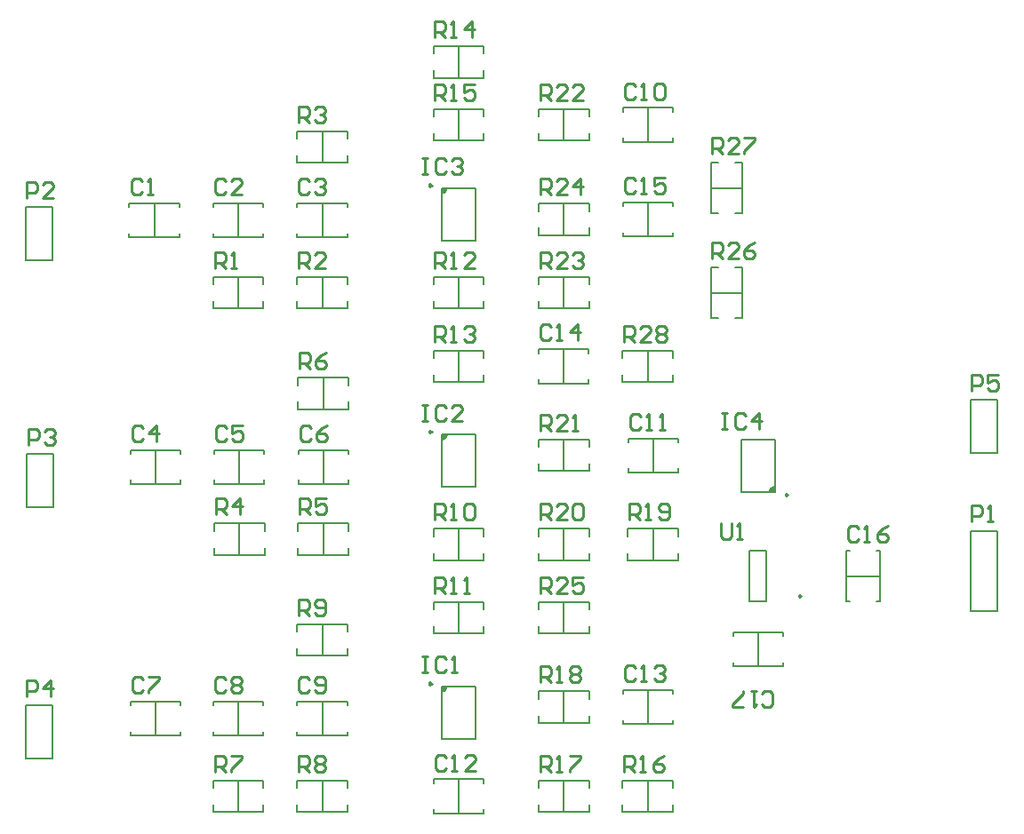
<source format=gto>
G04*
G04 #@! TF.GenerationSoftware,Altium Limited,Altium Designer,21.0.9 (235)*
G04*
G04 Layer_Color=65535*
%FSLAX25Y25*%
%MOIN*%
G70*
G04*
G04 #@! TF.SameCoordinates,D8BD6BA4-3444-481E-B6E4-69F3699672C9*
G04*
G04*
G04 #@! TF.FilePolarity,Positive*
G04*
G01*
G75*
%ADD10C,0.00984*%
%ADD11C,0.00787*%
%ADD12C,0.00591*%
%ADD13C,0.01000*%
G36*
X288976Y183071D02*
Y181102D01*
X289764D01*
X290945Y182283D01*
Y183071D01*
X288976D01*
D02*
G37*
G36*
X413779Y255906D02*
Y257874D01*
X412992D01*
X411811Y256693D01*
Y255906D01*
X413779D01*
D02*
G37*
G36*
X288976Y277559D02*
Y275590D01*
X289764D01*
X290945Y276772D01*
Y277559D01*
X288976D01*
D02*
G37*
G36*
Y370079D02*
Y368110D01*
X289764D01*
X290945Y369291D01*
Y370079D01*
X288976D01*
D02*
G37*
D10*
X285138Y278563D02*
X284400Y278989D01*
Y278137D01*
X285138Y278563D01*
Y184075D02*
X284400Y184501D01*
Y183649D01*
X285138Y184075D01*
X418602Y254902D02*
X417864Y255328D01*
Y254475D01*
X418602Y254902D01*
X423713Y216910D02*
X422975Y217336D01*
Y216483D01*
X423713Y216910D01*
X285138Y371083D02*
X284400Y371509D01*
Y370656D01*
X285138Y371083D01*
D11*
X288976Y275590D02*
X289961Y275854D01*
X290681Y276575D01*
X290945Y277559D01*
X288976Y181102D02*
X289961Y181366D01*
X290681Y182087D01*
X290945Y183071D01*
X413779Y257874D02*
X412795Y257610D01*
X412075Y256890D01*
X411811Y255906D01*
X288976Y368110D02*
X289961Y368374D01*
X290681Y369094D01*
X290945Y370079D01*
X288976Y257874D02*
Y277559D01*
X301575Y257874D02*
Y277559D01*
X288976D02*
X301575D01*
X288976Y257874D02*
X301575D01*
X398819Y360630D02*
X401575D01*
Y379528D01*
X398819D02*
X401575D01*
X389764D02*
X392520D01*
X389764Y360630D02*
Y379528D01*
Y360630D02*
X392520D01*
X389764Y370079D02*
X401575D01*
X398819Y321260D02*
X401575D01*
Y340158D01*
X398819D02*
X401575D01*
X389764D02*
X392520D01*
X389764Y321260D02*
Y340158D01*
Y321260D02*
X392520D01*
X389764Y330709D02*
X401575D01*
X358661Y230315D02*
Y233071D01*
Y230315D02*
X377559D01*
Y233071D01*
Y239370D02*
Y242126D01*
X358661D02*
X377559D01*
X358661Y239370D02*
Y242126D01*
X368110Y230315D02*
Y242126D01*
X325197Y263779D02*
Y266535D01*
Y263779D02*
X344094D01*
Y266535D01*
Y272835D02*
Y275590D01*
X325197D02*
X344094D01*
X325197Y272835D02*
Y275590D01*
X334646Y263779D02*
Y275590D01*
X325197Y230315D02*
Y233071D01*
Y230315D02*
X344094D01*
Y233071D01*
Y239370D02*
Y242126D01*
X325197D02*
X344094D01*
X325197Y239370D02*
Y242126D01*
X334646Y230315D02*
Y242126D01*
X356693Y297244D02*
Y300000D01*
Y297244D02*
X375590D01*
Y300000D01*
Y306299D02*
Y309055D01*
X356693D02*
X375590D01*
X356693Y306299D02*
Y309055D01*
X366142Y297244D02*
Y309055D01*
X344094Y211811D02*
Y214567D01*
X325197D02*
X344094D01*
X325197Y211811D02*
Y214567D01*
Y202756D02*
Y205512D01*
Y202756D02*
X344094D01*
Y205512D01*
X334646Y202756D02*
Y214567D01*
X132795Y156024D02*
Y176024D01*
Y156024D02*
X142795D01*
Y176024D01*
X132795D02*
X142795D01*
X244094Y194488D02*
Y206299D01*
X253543Y194488D02*
Y197244D01*
X234646Y194488D02*
X253543D01*
X234646D02*
Y197244D01*
Y203543D02*
Y206299D01*
X253543D01*
Y203543D02*
Y206299D01*
X244094Y135827D02*
Y147638D01*
X234646Y144882D02*
Y147638D01*
X253543D01*
Y144882D02*
Y147638D01*
Y135827D02*
Y138583D01*
X234646Y135827D02*
X253543D01*
X234646D02*
Y138583D01*
X212598Y135827D02*
Y147638D01*
X222047Y135827D02*
Y138583D01*
X203150Y135827D02*
X222047D01*
X203150D02*
Y138583D01*
Y144882D02*
Y147638D01*
X222047D01*
Y144882D02*
Y147638D01*
X288976Y163386D02*
Y183071D01*
X301575Y163386D02*
Y183071D01*
X288976D02*
X301575D01*
X288976Y163386D02*
X301575D01*
X344094Y178347D02*
Y181102D01*
X325197D02*
X344094D01*
X325197Y178347D02*
Y181102D01*
Y169291D02*
Y172047D01*
Y169291D02*
X344094D01*
Y172047D01*
X334646Y169291D02*
Y181102D01*
X375590Y144882D02*
Y147638D01*
X356693D02*
X375590D01*
X356693Y144882D02*
Y147638D01*
Y135827D02*
Y138583D01*
Y135827D02*
X375590D01*
Y138583D01*
X366142Y135827D02*
Y147638D01*
X325197Y135827D02*
Y138583D01*
Y135827D02*
X344094D01*
Y138583D01*
Y144882D02*
Y147638D01*
X325197D02*
X344094D01*
X325197Y144882D02*
Y147638D01*
X334646Y135827D02*
Y147638D01*
X344094Y361417D02*
Y364173D01*
X325197D02*
X344094D01*
X325197Y361417D02*
Y364173D01*
Y352362D02*
Y355118D01*
Y352362D02*
X344094D01*
Y355118D01*
X334646Y352362D02*
Y364173D01*
X285827Y202756D02*
Y205512D01*
Y202756D02*
X304724D01*
Y205512D01*
Y211811D02*
Y214567D01*
X285827D02*
X304724D01*
X285827Y211811D02*
Y214567D01*
X295276Y202756D02*
Y214567D01*
X304724Y239370D02*
Y242126D01*
X285827D02*
X304724D01*
X285827Y239370D02*
Y242126D01*
Y230315D02*
Y233071D01*
Y230315D02*
X304724D01*
Y233071D01*
X295276Y230315D02*
Y242126D01*
X497126Y270433D02*
Y290433D01*
X487126D02*
X497126D01*
X487126Y270433D02*
Y290433D01*
Y270433D02*
X497126D01*
X133189Y250354D02*
Y270354D01*
Y250354D02*
X143189D01*
Y270354D01*
X133189D02*
X143189D01*
X132795Y342874D02*
Y362874D01*
Y342874D02*
X142795D01*
Y362874D01*
X132795D02*
X142795D01*
X487126Y241378D02*
X497126D01*
Y211378D02*
Y241378D01*
X487126Y211378D02*
X497126D01*
X487126D02*
Y241378D01*
X212598Y324803D02*
Y336614D01*
X222047Y324803D02*
Y327559D01*
X203150Y324803D02*
X222047D01*
X203150D02*
Y327559D01*
Y333858D02*
Y336614D01*
X222047D01*
Y333858D02*
Y336614D01*
X244094Y324803D02*
Y336614D01*
X234646Y333858D02*
Y336614D01*
X253543D01*
Y333858D02*
Y336614D01*
Y324803D02*
Y327559D01*
X234646Y324803D02*
X253543D01*
X234646D02*
Y327559D01*
X304724Y333858D02*
Y336614D01*
X285827D02*
X304724D01*
X285827Y333858D02*
Y336614D01*
Y324803D02*
Y327559D01*
Y324803D02*
X304724D01*
Y327559D01*
X295276Y324803D02*
Y336614D01*
X325197Y387795D02*
Y390551D01*
Y387795D02*
X344094D01*
Y390551D01*
Y396850D02*
Y399606D01*
X325197D02*
X344094D01*
X325197Y396850D02*
Y399606D01*
X334646Y387795D02*
Y399606D01*
X285827Y297244D02*
Y300000D01*
Y297244D02*
X304724D01*
Y300000D01*
Y306299D02*
Y309055D01*
X285827D02*
X304724D01*
X285827Y306299D02*
Y309055D01*
X295276Y297244D02*
Y309055D01*
X325197Y324803D02*
Y327559D01*
Y324803D02*
X344094D01*
Y327559D01*
Y333858D02*
Y336614D01*
X325197D02*
X344094D01*
X325197Y333858D02*
Y336614D01*
X334646Y324803D02*
Y336614D01*
X244488Y287008D02*
Y298819D01*
X253937Y287008D02*
Y289764D01*
X235039Y287008D02*
X253937D01*
X235039D02*
Y289764D01*
Y296063D02*
Y298819D01*
X253937D01*
Y296063D02*
Y298819D01*
X212992Y232283D02*
Y244094D01*
X222441Y232283D02*
Y235039D01*
X203543Y232283D02*
X222441D01*
X203543D02*
Y235039D01*
Y241339D02*
Y244094D01*
X222441D01*
Y241339D02*
Y244094D01*
X244488Y232283D02*
Y244094D01*
X235039Y241339D02*
Y244094D01*
X253937D01*
Y241339D02*
Y244094D01*
Y232283D02*
Y235039D01*
X235039Y232283D02*
X253937D01*
X235039D02*
Y235039D01*
X413779Y255906D02*
Y275590D01*
X401181Y255906D02*
Y275590D01*
Y255906D02*
X413779D01*
X401181Y275590D02*
X413779D01*
X304724Y420472D02*
Y423228D01*
X285827D02*
X304724D01*
X285827Y420472D02*
Y423228D01*
Y411417D02*
Y414173D01*
Y411417D02*
X304724D01*
Y414173D01*
X295276Y411417D02*
Y423228D01*
X404413Y214754D02*
X410547D01*
X404413D02*
Y234065D01*
X410547D01*
Y214754D02*
Y234065D01*
X288976Y350394D02*
Y370079D01*
X301575Y350394D02*
Y370079D01*
X288976D02*
X301575D01*
X288976Y350394D02*
X301575D01*
X244094Y379528D02*
Y391339D01*
X253543Y379528D02*
Y382283D01*
X234646Y379528D02*
X253543D01*
X234646D02*
Y382283D01*
Y388583D02*
Y391339D01*
X253543D01*
Y388583D02*
Y391339D01*
X285827Y387795D02*
Y390551D01*
Y387795D02*
X304724D01*
Y390551D01*
Y396850D02*
Y399606D01*
X285827D02*
X304724D01*
X285827Y396850D02*
Y399606D01*
X295276Y387795D02*
Y399606D01*
D12*
X334646Y296752D02*
Y309547D01*
X325295Y296752D02*
Y298228D01*
Y296752D02*
X343996D01*
Y298228D01*
Y308071D02*
Y309547D01*
X325295D02*
X343996D01*
X325295Y308071D02*
Y309547D01*
X366142Y387303D02*
Y400098D01*
X356791Y387303D02*
Y388779D01*
Y387303D02*
X375492D01*
Y388779D01*
Y398622D02*
Y400098D01*
X356791D02*
X375492D01*
X356791Y398622D02*
Y400098D01*
X366142Y168799D02*
Y181595D01*
X356791Y168799D02*
Y170276D01*
Y168799D02*
X375492D01*
Y170276D01*
Y180118D02*
Y181595D01*
X356791D02*
X375492D01*
X356791Y180118D02*
Y181595D01*
X234744Y175787D02*
Y177264D01*
X253445D01*
Y175787D02*
Y177264D01*
Y164469D02*
Y165945D01*
X234744Y164469D02*
X253445D01*
X234744D02*
Y165945D01*
X244094Y164469D02*
Y177264D01*
X203248Y175787D02*
Y177264D01*
X221949D01*
Y175787D02*
Y177264D01*
Y164469D02*
Y165945D01*
X203248Y164469D02*
X221949D01*
X203248D02*
Y165945D01*
X212598Y164469D02*
Y177264D01*
X172146Y175787D02*
Y177264D01*
X190847D01*
Y175787D02*
Y177264D01*
Y164469D02*
Y165945D01*
X172146Y164469D02*
X190847D01*
X172146D02*
Y165945D01*
X181496Y164469D02*
Y177264D01*
X295276Y135335D02*
Y148130D01*
X285925Y135335D02*
Y136811D01*
Y135335D02*
X304626D01*
Y136811D01*
Y146653D02*
Y148130D01*
X285925D02*
X304626D01*
X285925Y146653D02*
Y148130D01*
X368110Y263287D02*
Y276083D01*
X358760Y263287D02*
Y264764D01*
Y263287D02*
X377461D01*
Y264764D01*
Y274606D02*
Y276083D01*
X358760D02*
X377461D01*
X358760Y274606D02*
Y276083D01*
X203642Y270276D02*
Y271752D01*
X222342D01*
Y270276D02*
Y271752D01*
Y258957D02*
Y260433D01*
X203642Y258957D02*
X222342D01*
X203642D02*
Y260433D01*
X212992Y258957D02*
Y271752D01*
X172146Y270276D02*
Y271752D01*
X190847D01*
Y270276D02*
Y271752D01*
Y258957D02*
Y260433D01*
X172146Y258957D02*
X190847D01*
X172146D02*
Y260433D01*
X181496Y258957D02*
Y271752D01*
X235138Y270276D02*
Y271752D01*
X253839D01*
Y270276D02*
Y271752D01*
Y258957D02*
Y260433D01*
X235138Y258957D02*
X253839D01*
X235138D02*
Y260433D01*
X244488Y258957D02*
Y271752D01*
X416831Y190453D02*
Y191929D01*
X398130Y190453D02*
X416831D01*
X398130D02*
Y191929D01*
Y201772D02*
Y203248D01*
X416831D01*
Y201772D02*
Y203248D01*
X407480Y190453D02*
Y203248D01*
X451772Y233760D02*
X453248D01*
Y215059D02*
Y233760D01*
X451772Y215059D02*
X453248D01*
X440453D02*
X441929D01*
X440453D02*
Y233760D01*
X441929D01*
X440453Y224410D02*
X453248D01*
X171752Y362795D02*
Y364272D01*
X190453D01*
Y362795D02*
Y364272D01*
Y351476D02*
Y352953D01*
X171752Y351476D02*
X190453D01*
X171752D02*
Y352953D01*
X181102Y351476D02*
Y364272D01*
X234744Y362795D02*
Y364272D01*
X253445D01*
Y362795D02*
Y364272D01*
Y351476D02*
Y352953D01*
X234744Y351476D02*
X253445D01*
X234744D02*
Y352953D01*
X244094Y351476D02*
Y364272D01*
X203248Y362795D02*
Y364272D01*
X221949D01*
Y362795D02*
Y364272D01*
Y351476D02*
Y352953D01*
X203248Y351476D02*
X221949D01*
X203248D02*
Y352953D01*
X212598Y351476D02*
Y364272D01*
X366142Y351870D02*
Y364665D01*
X356791Y351870D02*
Y353346D01*
Y351870D02*
X375492D01*
Y353346D01*
Y363189D02*
Y364665D01*
X356791D02*
X375492D01*
X356791Y363189D02*
Y364665D01*
D13*
X325800Y367600D02*
Y373598D01*
X328799D01*
X329799Y372598D01*
Y370599D01*
X328799Y369599D01*
X325800D01*
X327799D02*
X329799Y367600D01*
X335797D02*
X331798D01*
X335797Y371599D01*
Y372598D01*
X334797Y373598D01*
X332798D01*
X331798Y372598D01*
X340795Y367600D02*
Y373598D01*
X337796Y370599D01*
X341795D01*
X325800Y279000D02*
Y284998D01*
X328799D01*
X329799Y283998D01*
Y281999D01*
X328799Y280999D01*
X325800D01*
X327799D02*
X329799Y279000D01*
X335797D02*
X331798D01*
X335797Y282999D01*
Y283998D01*
X334797Y284998D01*
X332798D01*
X331798Y283998D01*
X337796Y279000D02*
X339795D01*
X338796D01*
Y284998D01*
X337796Y283998D01*
X325800Y184500D02*
Y190498D01*
X328799D01*
X329799Y189498D01*
Y187499D01*
X328799Y186499D01*
X325800D01*
X327799D02*
X329799Y184500D01*
X331798D02*
X333797D01*
X332798D01*
Y190498D01*
X331798Y189498D01*
X336796D02*
X337796Y190498D01*
X339795D01*
X340795Y189498D01*
Y188499D01*
X339795Y187499D01*
X340795Y186499D01*
Y185500D01*
X339795Y184500D01*
X337796D01*
X336796Y185500D01*
Y186499D01*
X337796Y187499D01*
X336796Y188499D01*
Y189498D01*
X337796Y187499D02*
X339795D01*
X325800Y340000D02*
Y345998D01*
X328799D01*
X329799Y344998D01*
Y342999D01*
X328799Y341999D01*
X325800D01*
X327799D02*
X329799Y340000D01*
X335797D02*
X331798D01*
X335797Y343999D01*
Y344998D01*
X334797Y345998D01*
X332798D01*
X331798Y344998D01*
X337796D02*
X338796Y345998D01*
X340795D01*
X341795Y344998D01*
Y343999D01*
X340795Y342999D01*
X339795D01*
X340795D01*
X341795Y341999D01*
Y341000D01*
X340795Y340000D01*
X338796D01*
X337796Y341000D01*
X325800Y403000D02*
Y408998D01*
X328799D01*
X329799Y407998D01*
Y405999D01*
X328799Y404999D01*
X325800D01*
X327799D02*
X329799Y403000D01*
X335797D02*
X331798D01*
X335797Y406999D01*
Y407998D01*
X334797Y408998D01*
X332798D01*
X331798Y407998D01*
X341795Y403000D02*
X337796D01*
X341795Y406999D01*
Y407998D01*
X340795Y408998D01*
X338796D01*
X337796Y407998D01*
X393500Y244398D02*
Y239400D01*
X394500Y238400D01*
X396499D01*
X397499Y239400D01*
Y244398D01*
X399498Y238400D02*
X401497D01*
X400498D01*
Y244398D01*
X399498Y243398D01*
X357300Y312400D02*
Y318398D01*
X360299D01*
X361299Y317398D01*
Y315399D01*
X360299Y314399D01*
X357300D01*
X359299D02*
X361299Y312400D01*
X367297D02*
X363298D01*
X367297Y316399D01*
Y317398D01*
X366297Y318398D01*
X364298D01*
X363298Y317398D01*
X369296D02*
X370296Y318398D01*
X372295D01*
X373295Y317398D01*
Y316399D01*
X372295Y315399D01*
X373295Y314399D01*
Y313400D01*
X372295Y312400D01*
X370296D01*
X369296Y313400D01*
Y314399D01*
X370296Y315399D01*
X369296Y316399D01*
Y317398D01*
X370296Y315399D02*
X372295D01*
X390400Y382900D02*
Y388898D01*
X393399D01*
X394399Y387898D01*
Y385899D01*
X393399Y384899D01*
X390400D01*
X392399D02*
X394399Y382900D01*
X400397D02*
X396398D01*
X400397Y386899D01*
Y387898D01*
X399397Y388898D01*
X397398D01*
X396398Y387898D01*
X402396Y388898D02*
X406395D01*
Y387898D01*
X402396Y383900D01*
Y382900D01*
X390400Y343600D02*
Y349598D01*
X393399D01*
X394399Y348598D01*
Y346599D01*
X393399Y345599D01*
X390400D01*
X392399D02*
X394399Y343600D01*
X400397D02*
X396398D01*
X400397Y347599D01*
Y348598D01*
X399397Y349598D01*
X397398D01*
X396398Y348598D01*
X406395Y349598D02*
X404395Y348598D01*
X402396Y346599D01*
Y344600D01*
X403396Y343600D01*
X405395D01*
X406395Y344600D01*
Y345599D01*
X405395Y346599D01*
X402396D01*
X325800Y218000D02*
Y223998D01*
X328799D01*
X329799Y222998D01*
Y220999D01*
X328799Y219999D01*
X325800D01*
X327799D02*
X329799Y218000D01*
X335797D02*
X331798D01*
X335797Y221999D01*
Y222998D01*
X334797Y223998D01*
X332798D01*
X331798Y222998D01*
X341795Y223998D02*
X337796D01*
Y220999D01*
X339795Y221999D01*
X340795D01*
X341795Y220999D01*
Y219000D01*
X340795Y218000D01*
X338796D01*
X337796Y219000D01*
X325800Y245500D02*
Y251498D01*
X328799D01*
X329799Y250498D01*
Y248499D01*
X328799Y247499D01*
X325800D01*
X327799D02*
X329799Y245500D01*
X335797D02*
X331798D01*
X335797Y249499D01*
Y250498D01*
X334797Y251498D01*
X332798D01*
X331798Y250498D01*
X337796D02*
X338796Y251498D01*
X340795D01*
X341795Y250498D01*
Y246500D01*
X340795Y245500D01*
X338796D01*
X337796Y246500D01*
Y250498D01*
X359300Y245500D02*
Y251498D01*
X362299D01*
X363299Y250498D01*
Y248499D01*
X362299Y247499D01*
X359300D01*
X361299D02*
X363299Y245500D01*
X365298D02*
X367297D01*
X366298D01*
Y251498D01*
X365298Y250498D01*
X370296Y246500D02*
X371296Y245500D01*
X373295D01*
X374295Y246500D01*
Y250498D01*
X373295Y251498D01*
X371296D01*
X370296Y250498D01*
Y249499D01*
X371296Y248499D01*
X374295D01*
X325800Y151000D02*
Y156998D01*
X328799D01*
X329799Y155998D01*
Y153999D01*
X328799Y152999D01*
X325800D01*
X327799D02*
X329799Y151000D01*
X331798D02*
X333797D01*
X332798D01*
Y156998D01*
X331798Y155998D01*
X336796Y156998D02*
X340795D01*
Y155998D01*
X336796Y152000D01*
Y151000D01*
X357300D02*
Y156998D01*
X360299D01*
X361299Y155998D01*
Y153999D01*
X360299Y152999D01*
X357300D01*
X359299D02*
X361299Y151000D01*
X363298D02*
X365297D01*
X364298D01*
Y156998D01*
X363298Y155998D01*
X372295Y156998D02*
X370296Y155998D01*
X368296Y153999D01*
Y152000D01*
X369296Y151000D01*
X371295D01*
X372295Y152000D01*
Y152999D01*
X371295Y153999D01*
X368296D01*
X286400Y403000D02*
Y408998D01*
X289399D01*
X290399Y407998D01*
Y405999D01*
X289399Y404999D01*
X286400D01*
X288399D02*
X290399Y403000D01*
X292398D02*
X294397D01*
X293398D01*
Y408998D01*
X292398Y407998D01*
X301395Y408998D02*
X297396D01*
Y405999D01*
X299396Y406999D01*
X300395D01*
X301395Y405999D01*
Y404000D01*
X300395Y403000D01*
X298396D01*
X297396Y404000D01*
X286400Y426600D02*
Y432598D01*
X289399D01*
X290399Y431598D01*
Y429599D01*
X289399Y428599D01*
X286400D01*
X288399D02*
X290399Y426600D01*
X292398D02*
X294397D01*
X293398D01*
Y432598D01*
X292398Y431598D01*
X300395Y426600D02*
Y432598D01*
X297396Y429599D01*
X301395D01*
X286400Y312400D02*
Y318398D01*
X289399D01*
X290399Y317398D01*
Y315399D01*
X289399Y314399D01*
X286400D01*
X288399D02*
X290399Y312400D01*
X292398D02*
X294397D01*
X293398D01*
Y318398D01*
X292398Y317398D01*
X297396D02*
X298396Y318398D01*
X300395D01*
X301395Y317398D01*
Y316399D01*
X300395Y315399D01*
X299396D01*
X300395D01*
X301395Y314399D01*
Y313400D01*
X300395Y312400D01*
X298396D01*
X297396Y313400D01*
X286400Y340000D02*
Y345998D01*
X289399D01*
X290399Y344998D01*
Y342999D01*
X289399Y341999D01*
X286400D01*
X288399D02*
X290399Y340000D01*
X292398D02*
X294397D01*
X293398D01*
Y345998D01*
X292398Y344998D01*
X301395Y340000D02*
X297396D01*
X301395Y343999D01*
Y344998D01*
X300395Y345998D01*
X298396D01*
X297396Y344998D01*
X286400Y218000D02*
Y223998D01*
X289399D01*
X290399Y222998D01*
Y220999D01*
X289399Y219999D01*
X286400D01*
X288399D02*
X290399Y218000D01*
X292398D02*
X294397D01*
X293398D01*
Y223998D01*
X292398Y222998D01*
X297396Y218000D02*
X299396D01*
X298396D01*
Y223998D01*
X297396Y222998D01*
X286400Y245500D02*
Y251498D01*
X289399D01*
X290399Y250498D01*
Y248499D01*
X289399Y247499D01*
X286400D01*
X288399D02*
X290399Y245500D01*
X292398D02*
X294397D01*
X293398D01*
Y251498D01*
X292398Y250498D01*
X297396D02*
X298396Y251498D01*
X300395D01*
X301395Y250498D01*
Y246500D01*
X300395Y245500D01*
X298396D01*
X297396Y246500D01*
Y250498D01*
X235300Y394721D02*
Y400719D01*
X238299D01*
X239299Y399720D01*
Y397720D01*
X238299Y396721D01*
X235300D01*
X237299D02*
X239299Y394721D01*
X241298Y399720D02*
X242298Y400719D01*
X244297D01*
X245297Y399720D01*
Y398720D01*
X244297Y397720D01*
X243297D01*
X244297D01*
X245297Y396721D01*
Y395721D01*
X244297Y394721D01*
X242298D01*
X241298Y395721D01*
X235600Y302200D02*
Y308198D01*
X238599D01*
X239599Y307198D01*
Y305199D01*
X238599Y304199D01*
X235600D01*
X237599D02*
X239599Y302200D01*
X245597Y308198D02*
X243597Y307198D01*
X241598Y305199D01*
Y303200D01*
X242598Y302200D01*
X244597D01*
X245597Y303200D01*
Y304199D01*
X244597Y305199D01*
X241598D01*
X235300Y209700D02*
Y215698D01*
X238299D01*
X239299Y214698D01*
Y212699D01*
X238299Y211699D01*
X235300D01*
X237299D02*
X239299Y209700D01*
X241298Y210700D02*
X242298Y209700D01*
X244297D01*
X245297Y210700D01*
Y214698D01*
X244297Y215698D01*
X242298D01*
X241298Y214698D01*
Y213699D01*
X242298Y212699D01*
X245297D01*
X235300Y340000D02*
Y345998D01*
X238299D01*
X239299Y344998D01*
Y342999D01*
X238299Y341999D01*
X235300D01*
X237299D02*
X239299Y340000D01*
X245297D02*
X241298D01*
X245297Y343999D01*
Y344998D01*
X244297Y345998D01*
X242298D01*
X241298Y344998D01*
X235600Y247500D02*
Y253498D01*
X238599D01*
X239599Y252498D01*
Y250499D01*
X238599Y249499D01*
X235600D01*
X237599D02*
X239599Y247500D01*
X245597Y253498D02*
X241598D01*
Y250499D01*
X243597Y251499D01*
X244597D01*
X245597Y250499D01*
Y248500D01*
X244597Y247500D01*
X242598D01*
X241598Y248500D01*
X235300Y151000D02*
Y156998D01*
X238299D01*
X239299Y155998D01*
Y153999D01*
X238299Y152999D01*
X235300D01*
X237299D02*
X239299Y151000D01*
X241298Y155998D02*
X242298Y156998D01*
X244297D01*
X245297Y155998D01*
Y154999D01*
X244297Y153999D01*
X245297Y152999D01*
Y152000D01*
X244297Y151000D01*
X242298D01*
X241298Y152000D01*
Y152999D01*
X242298Y153999D01*
X241298Y154999D01*
Y155998D01*
X242298Y153999D02*
X244297D01*
X204100Y247500D02*
Y253498D01*
X207099D01*
X208099Y252498D01*
Y250499D01*
X207099Y249499D01*
X204100D01*
X206099D02*
X208099Y247500D01*
X213097D02*
Y253498D01*
X210098Y250499D01*
X214097D01*
X203800Y340000D02*
Y345998D01*
X206799D01*
X207799Y344998D01*
Y342999D01*
X206799Y341999D01*
X203800D01*
X205799D02*
X207799Y340000D01*
X209798D02*
X211797D01*
X210798D01*
Y345998D01*
X209798Y344998D01*
X203800Y151000D02*
Y156998D01*
X206799D01*
X207799Y155998D01*
Y153999D01*
X206799Y152999D01*
X203800D01*
X205799D02*
X207799Y151000D01*
X209798Y156998D02*
X213797D01*
Y155998D01*
X209798Y152000D01*
Y151000D01*
X487700Y293800D02*
Y299798D01*
X490699D01*
X491699Y298798D01*
Y296799D01*
X490699Y295799D01*
X487700D01*
X497697Y299798D02*
X493698D01*
Y296799D01*
X495697Y297799D01*
X496697D01*
X497697Y296799D01*
Y294800D01*
X496697Y293800D01*
X494698D01*
X493698Y294800D01*
X133400Y179400D02*
Y185398D01*
X136399D01*
X137399Y184398D01*
Y182399D01*
X136399Y181399D01*
X133400D01*
X142397Y179400D02*
Y185398D01*
X139398Y182399D01*
X143397D01*
X133800Y273700D02*
Y279698D01*
X136799D01*
X137799Y278698D01*
Y276699D01*
X136799Y275699D01*
X133800D01*
X139798Y278698D02*
X140798Y279698D01*
X142797D01*
X143797Y278698D01*
Y277699D01*
X142797Y276699D01*
X141797D01*
X142797D01*
X143797Y275699D01*
Y274700D01*
X142797Y273700D01*
X140798D01*
X139798Y274700D01*
X133400Y366221D02*
Y372219D01*
X136399D01*
X137399Y371220D01*
Y369220D01*
X136399Y368221D01*
X133400D01*
X143397Y366221D02*
X139398D01*
X143397Y370220D01*
Y371220D01*
X142397Y372219D01*
X140398D01*
X139398Y371220D01*
X487700Y244800D02*
Y250798D01*
X490699D01*
X491699Y249798D01*
Y247799D01*
X490699Y246799D01*
X487700D01*
X493698Y244800D02*
X495697D01*
X494698D01*
Y250798D01*
X493698Y249798D01*
X393800Y285698D02*
X395799D01*
X394800D01*
Y279700D01*
X393800D01*
X395799D01*
X402797Y284698D02*
X401797Y285698D01*
X399798D01*
X398798Y284698D01*
Y280700D01*
X399798Y279700D01*
X401797D01*
X402797Y280700D01*
X407795Y279700D02*
Y285698D01*
X404796Y282699D01*
X408795D01*
X281600Y381098D02*
X283599D01*
X282600D01*
Y375100D01*
X281600D01*
X283599D01*
X290597Y380098D02*
X289597Y381098D01*
X287598D01*
X286598Y380098D01*
Y376100D01*
X287598Y375100D01*
X289597D01*
X290597Y376100D01*
X292596Y380098D02*
X293596Y381098D01*
X295596D01*
X296595Y380098D01*
Y379099D01*
X295596Y378099D01*
X294596D01*
X295596D01*
X296595Y377099D01*
Y376100D01*
X295596Y375100D01*
X293596D01*
X292596Y376100D01*
X281600Y288498D02*
X283599D01*
X282600D01*
Y282500D01*
X281600D01*
X283599D01*
X290597Y287498D02*
X289597Y288498D01*
X287598D01*
X286598Y287498D01*
Y283500D01*
X287598Y282500D01*
X289597D01*
X290597Y283500D01*
X296595Y282500D02*
X292596D01*
X296595Y286499D01*
Y287498D01*
X295596Y288498D01*
X293596D01*
X292596Y287498D01*
X281600Y194098D02*
X283599D01*
X282600D01*
Y188100D01*
X281600D01*
X283599D01*
X290597Y193098D02*
X289597Y194098D01*
X287598D01*
X286598Y193098D01*
Y189100D01*
X287598Y188100D01*
X289597D01*
X290597Y189100D01*
X292596Y188100D02*
X294596D01*
X293596D01*
Y194098D01*
X292596Y193098D01*
X409011Y176150D02*
X410010Y175151D01*
X412010D01*
X413009Y176150D01*
Y180149D01*
X412010Y181149D01*
X410010D01*
X409011Y180149D01*
X407011Y181149D02*
X405012D01*
X406012D01*
Y175151D01*
X407011Y176150D01*
X402013Y175151D02*
X398014D01*
Y176150D01*
X402013Y180149D01*
Y181149D01*
X445199Y242098D02*
X444199Y243098D01*
X442200D01*
X441200Y242098D01*
Y238100D01*
X442200Y237100D01*
X444199D01*
X445199Y238100D01*
X447198Y237100D02*
X449197D01*
X448198D01*
Y243098D01*
X447198Y242098D01*
X456195Y243098D02*
X454196Y242098D01*
X452196Y240099D01*
Y238100D01*
X453196Y237100D01*
X455196D01*
X456195Y238100D01*
Y239099D01*
X455196Y240099D01*
X452196D01*
X361499Y372998D02*
X360499Y373998D01*
X358500D01*
X357500Y372998D01*
Y369000D01*
X358500Y368000D01*
X360499D01*
X361499Y369000D01*
X363498Y368000D02*
X365497D01*
X364498D01*
Y373998D01*
X363498Y372998D01*
X372495Y373998D02*
X368496D01*
Y370999D01*
X370496Y371999D01*
X371496D01*
X372495Y370999D01*
Y369000D01*
X371496Y368000D01*
X369496D01*
X368496Y369000D01*
X329999Y317798D02*
X328999Y318798D01*
X327000D01*
X326000Y317798D01*
Y313800D01*
X327000Y312800D01*
X328999D01*
X329999Y313800D01*
X331998Y312800D02*
X333997D01*
X332998D01*
Y318798D01*
X331998Y317798D01*
X339996Y312800D02*
Y318798D01*
X336996Y315799D01*
X340995D01*
X361499Y189898D02*
X360499Y190898D01*
X358500D01*
X357500Y189898D01*
Y185900D01*
X358500Y184900D01*
X360499D01*
X361499Y185900D01*
X363498Y184900D02*
X365497D01*
X364498D01*
Y190898D01*
X363498Y189898D01*
X368496D02*
X369496Y190898D01*
X371496D01*
X372495Y189898D01*
Y188899D01*
X371496Y187899D01*
X370496D01*
X371496D01*
X372495Y186899D01*
Y185900D01*
X371496Y184900D01*
X369496D01*
X368496Y185900D01*
X361499Y408398D02*
X360499Y409398D01*
X358500D01*
X357500Y408398D01*
Y404400D01*
X358500Y403400D01*
X360499D01*
X361499Y404400D01*
X363498Y403400D02*
X365497D01*
X364498D01*
Y409398D01*
X363498Y408398D01*
X368496D02*
X369496Y409398D01*
X371496D01*
X372495Y408398D01*
Y404400D01*
X371496Y403400D01*
X369496D01*
X368496Y404400D01*
Y408398D01*
X363499Y284398D02*
X362499Y285398D01*
X360500D01*
X359500Y284398D01*
Y280400D01*
X360500Y279400D01*
X362499D01*
X363499Y280400D01*
X365498Y279400D02*
X367497D01*
X366498D01*
Y285398D01*
X365498Y284398D01*
X370496Y279400D02*
X372496D01*
X371496D01*
Y285398D01*
X370496Y284398D01*
X290599Y156398D02*
X289599Y157398D01*
X287600D01*
X286600Y156398D01*
Y152400D01*
X287600Y151400D01*
X289599D01*
X290599Y152400D01*
X292598Y151400D02*
X294597D01*
X293598D01*
Y157398D01*
X292598Y156398D01*
X301595Y151400D02*
X297596D01*
X301595Y155399D01*
Y156398D01*
X300595Y157398D01*
X298596D01*
X297596Y156398D01*
X239399Y372520D02*
X238399Y373519D01*
X236400D01*
X235400Y372520D01*
Y368521D01*
X236400Y367521D01*
X238399D01*
X239399Y368521D01*
X241398Y372520D02*
X242398Y373519D01*
X244397D01*
X245397Y372520D01*
Y371520D01*
X244397Y370520D01*
X243397D01*
X244397D01*
X245397Y369521D01*
Y368521D01*
X244397Y367521D01*
X242398D01*
X241398Y368521D01*
X239799Y279998D02*
X238799Y280998D01*
X236800D01*
X235800Y279998D01*
Y276000D01*
X236800Y275000D01*
X238799D01*
X239799Y276000D01*
X245797Y280998D02*
X243797Y279998D01*
X241798Y277999D01*
Y276000D01*
X242798Y275000D01*
X244797D01*
X245797Y276000D01*
Y276999D01*
X244797Y277999D01*
X241798D01*
X239399Y185598D02*
X238399Y186598D01*
X236400D01*
X235400Y185598D01*
Y181600D01*
X236400Y180600D01*
X238399D01*
X239399Y181600D01*
X241398D02*
X242398Y180600D01*
X244397D01*
X245397Y181600D01*
Y185598D01*
X244397Y186598D01*
X242398D01*
X241398Y185598D01*
Y184599D01*
X242398Y183599D01*
X245397D01*
X207999Y372520D02*
X206999Y373519D01*
X205000D01*
X204000Y372520D01*
Y368521D01*
X205000Y367521D01*
X206999D01*
X207999Y368521D01*
X213997Y367521D02*
X209998D01*
X213997Y371520D01*
Y372520D01*
X212997Y373519D01*
X210998D01*
X209998Y372520D01*
X208299Y279998D02*
X207299Y280998D01*
X205300D01*
X204300Y279998D01*
Y276000D01*
X205300Y275000D01*
X207299D01*
X208299Y276000D01*
X214297Y280998D02*
X210298D01*
Y277999D01*
X212297Y278999D01*
X213297D01*
X214297Y277999D01*
Y276000D01*
X213297Y275000D01*
X211298D01*
X210298Y276000D01*
X207999Y185598D02*
X206999Y186598D01*
X205000D01*
X204000Y185598D01*
Y181600D01*
X205000Y180600D01*
X206999D01*
X207999Y181600D01*
X209998Y185598D02*
X210998Y186598D01*
X212997D01*
X213997Y185598D01*
Y184599D01*
X212997Y183599D01*
X213997Y182599D01*
Y181600D01*
X212997Y180600D01*
X210998D01*
X209998Y181600D01*
Y182599D01*
X210998Y183599D01*
X209998Y184599D01*
Y185598D01*
X210998Y183599D02*
X212997D01*
X176499Y372520D02*
X175499Y373519D01*
X173500D01*
X172500Y372520D01*
Y368521D01*
X173500Y367521D01*
X175499D01*
X176499Y368521D01*
X178498Y367521D02*
X180497D01*
X179498D01*
Y373519D01*
X178498Y372520D01*
X176899Y279998D02*
X175899Y280998D01*
X173900D01*
X172900Y279998D01*
Y276000D01*
X173900Y275000D01*
X175899D01*
X176899Y276000D01*
X181897Y275000D02*
Y280998D01*
X178898Y277999D01*
X182897D01*
X176899Y185598D02*
X175899Y186598D01*
X173900D01*
X172900Y185598D01*
Y181600D01*
X173900Y180600D01*
X175899D01*
X176899Y181600D01*
X178898Y186598D02*
X182897D01*
Y185598D01*
X178898Y181600D01*
Y180600D01*
M02*

</source>
